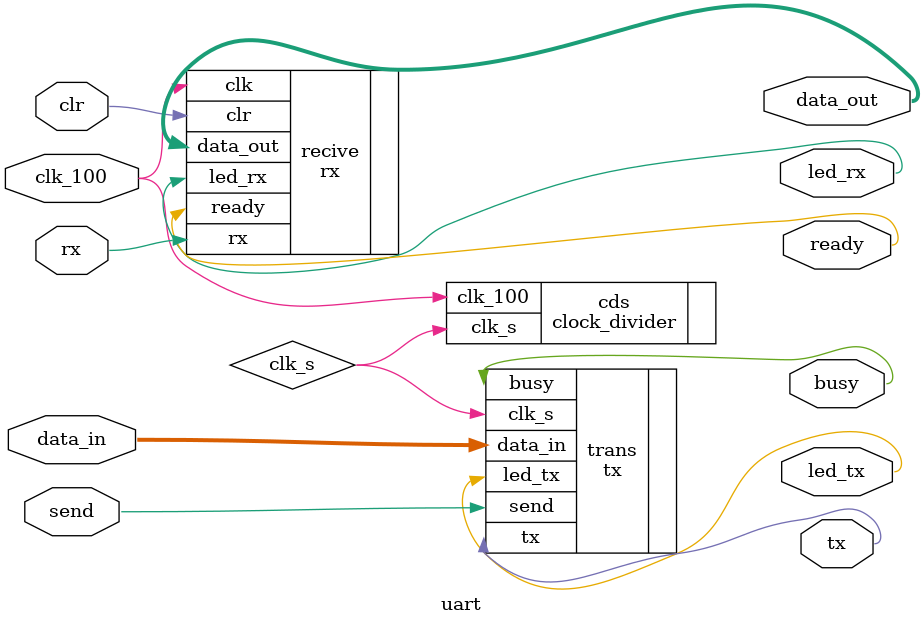
<source format=v>
`timescale 1ns / 1ps
module uart(
				clk_100,
				tx,
				rx,
				led_rx,
				led_tx,
				data_in,
				data_out,
				send,
				busy,
				clr,
				ready
				);


parameter baud_num=521;
input clk_100,rx,send,clr;
input [7:0] data_in;
output led_rx,led_tx,tx,busy,ready;//added reg
output [7:0] data_out;


wire clk_s;					
						
//initialize the clock divider for baurdrate
clock_divider #(.num_clk(baud_num)) cds(.clk_100(clk_100),
						.clk_s(clk_s)
						);

//initialize the transmitter
tx trans(.clk_s(clk_s),
			.send(send),
			.busy(busy),
			.data_in(data_in),
			.tx(tx),
			.led_tx(led_tx)
			);
			
//initialize the reciver		
rx #(.num_clk(baud_num)) recive(.clk(clk_100),
				.rx(rx),
				.data_out(data_out),
				.ready(ready),
				.led_rx(led_rx),
				.clr(clr)
				);

endmodule

</source>
